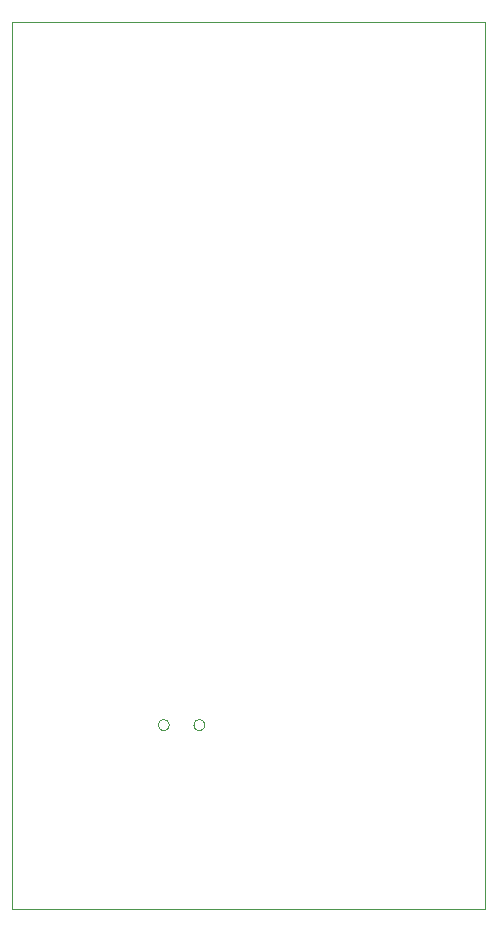
<source format=gko>
G75*
G70*
%OFA0B0*%
%FSLAX24Y24*%
%IPPOS*%
%LPD*%
%AMOC8*
5,1,8,0,0,1.08239X$1,22.5*
%
%ADD10C,0.0000*%
D10*
X000852Y002089D02*
X000862Y031636D01*
X016610Y031636D01*
X016610Y002099D01*
X000852Y002089D01*
X005725Y008229D02*
X005727Y008255D01*
X005733Y008281D01*
X005743Y008306D01*
X005756Y008329D01*
X005772Y008349D01*
X005792Y008367D01*
X005814Y008382D01*
X005837Y008394D01*
X005863Y008402D01*
X005889Y008406D01*
X005915Y008406D01*
X005941Y008402D01*
X005967Y008394D01*
X005991Y008382D01*
X006012Y008367D01*
X006032Y008349D01*
X006048Y008329D01*
X006061Y008306D01*
X006071Y008281D01*
X006077Y008255D01*
X006079Y008229D01*
X006077Y008203D01*
X006071Y008177D01*
X006061Y008152D01*
X006048Y008129D01*
X006032Y008109D01*
X006012Y008091D01*
X005990Y008076D01*
X005967Y008064D01*
X005941Y008056D01*
X005915Y008052D01*
X005889Y008052D01*
X005863Y008056D01*
X005837Y008064D01*
X005813Y008076D01*
X005792Y008091D01*
X005772Y008109D01*
X005756Y008129D01*
X005743Y008152D01*
X005733Y008177D01*
X005727Y008203D01*
X005725Y008229D01*
X006906Y008229D02*
X006908Y008255D01*
X006914Y008281D01*
X006924Y008306D01*
X006937Y008329D01*
X006953Y008349D01*
X006973Y008367D01*
X006995Y008382D01*
X007018Y008394D01*
X007044Y008402D01*
X007070Y008406D01*
X007096Y008406D01*
X007122Y008402D01*
X007148Y008394D01*
X007172Y008382D01*
X007193Y008367D01*
X007213Y008349D01*
X007229Y008329D01*
X007242Y008306D01*
X007252Y008281D01*
X007258Y008255D01*
X007260Y008229D01*
X007258Y008203D01*
X007252Y008177D01*
X007242Y008152D01*
X007229Y008129D01*
X007213Y008109D01*
X007193Y008091D01*
X007171Y008076D01*
X007148Y008064D01*
X007122Y008056D01*
X007096Y008052D01*
X007070Y008052D01*
X007044Y008056D01*
X007018Y008064D01*
X006994Y008076D01*
X006973Y008091D01*
X006953Y008109D01*
X006937Y008129D01*
X006924Y008152D01*
X006914Y008177D01*
X006908Y008203D01*
X006906Y008229D01*
M02*

</source>
